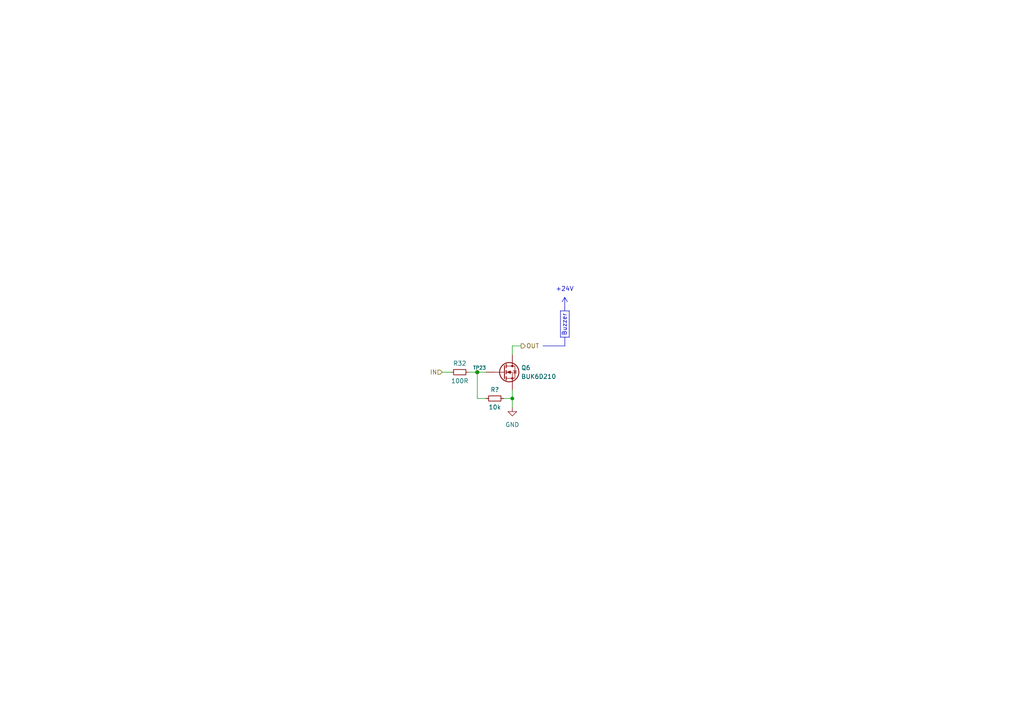
<source format=kicad_sch>
(kicad_sch (version 20230121) (generator eeschema)
  (paper "A4")
  (title_block (title "Ready to Drive Sound") (date "2023-11-17") (rev "${REVISION}") (company "Author: I. Kajdan") (comment 1 "Reviewer:"))
  (lib_symbols
    (symbol "BUK6D210:BUK6D210" (pin_numbers hide) (pin_names (offset 0) hide)
      (property "Reference" "Q" (at -3.81 3.81 0))
      (property "Value" "BUK6D210" (at 6.35 0 90))
      (symbol "BUK6D210_0_1"
        (polyline (pts (xy 0.254 0) (xy -2.54 0)))
        (polyline (pts (xy 0.254 1.905) (xy 0.254 -1.905)) (stroke (width 0.254)))
        (polyline (pts (xy 0.762 -1.27) (xy 0.762 -2.286)) (stroke (width 0.254)))
        (polyline (pts (xy 0.762 0.508) (xy 0.762 -0.508)) (stroke (width 0.254)))
        (polyline (pts (xy 0.762 2.286) (xy 0.762 1.27)) (stroke (width 0.254)))
        (polyline (pts (xy 2.54 2.54) (xy 2.54 1.778)))
        (polyline (pts (xy 2.54 -2.54) (xy 2.54 0) (xy 0.762 0)))
        (polyline (pts (xy 0.762 -1.778) (xy 3.302 -1.778) (xy 3.302 1.778) (xy 0.762 1.778)))
        (polyline (pts (xy 1.016 0) (xy 2.032 0.381) (xy 2.032 -0.381) (xy 1.016 0)) (fill (type outline)))
        (polyline (pts (xy 2.794 0.508) (xy 2.921 0.381) (xy 3.683 0.381) (xy 3.81 0.254)))
        (polyline (pts (xy 3.302 0.381) (xy 2.921 -0.254) (xy 3.683 -0.254) (xy 3.302 0.381)))
        (circle (center 1.651 0) (radius 2.794) (stroke (width 0.254)))
        (circle (center 2.54 -1.778) (radius 0.254) (fill (type outline)))
        (circle (center 2.54 1.778) (radius 0.254) (fill (type outline)))
      )
      (symbol "BUK6D210_1_1"
        (pin passive line (at 2.54 5.08 270) (length 2.54) (name "D") (number "1"))
        (pin passive line (at 2.54 5.08 270) (length 2.54) hide (name "D") (number "2"))
        (pin input line (at -5.08 0 0) (length 2.54) (name "G") (number "3"))
        (pin passive line (at 2.54 -5.08 90) (length 2.54) (name "S") (number "4"))
        (pin passive line (at 2.54 5.08 270) (length 2.54) hide (name "D") (number "5"))
        (pin passive line (at 2.54 5.08 270) (length 2.54) hide (name "D") (number "6"))
        (pin passive line (at 2.54 5.08 270) (length 2.54) hide (name "D") (number "7"))
        (pin passive line (at 2.54 -5.08 90) (length 2.54) hide (name "S") (number "8"))
      )
    )
    (symbol "Connector:TestPoint_Small" (pin_numbers hide) (pin_names (offset 0.762) hide)
      (property "Reference" "TP" (at 0 3.81 0))
      (property "Value" "TestPoint_Small" (at 0 2.032 0))
      (symbol "TestPoint_Small_0_1"
        (circle (center 0 0) (radius 0.508))
      )
      (symbol "TestPoint_Small_1_1"
        (pin passive line (at 0 0 90) (length 0) (name "1") (number "1"))
      )
    )
    (symbol "Device:R_Small" (pin_numbers hide) (pin_names (offset 0.254) hide)
      (property "Reference" "R" (at 0.762 0.508 0))
      (property "Value" "R_Small" (at 0.762 -1.016 0))
      (symbol "R_Small_0_1"
        (rectangle (start -0.762 1.778) (end 0.762 -1.778) (stroke (width 0.2032)))
      )
      (symbol "R_Small_1_1"
        (pin passive line (at 0 2.54 270) (length 0.762) (name "~") (number "1"))
        (pin passive line (at 0 -2.54 90) (length 0.762) (name "~") (number "2"))
      )
    )
    (symbol "power:GND" (power) (pin_names (offset 0))
      (property "Value" "GND" (at 0 -3.81 0))
      (symbol "GND_0_1"
        (polyline (pts (xy 0 0) (xy 0 -1.27) (xy 1.27 -1.27) (xy 0 -2.54) (xy -1.27 -1.27) (xy 0 -1.27)))
      )
      (symbol "GND_1_1"
        (pin power_in line (at 0 0 270) (length 0) hide (name "GND") (number "1"))
      )
    )
  )
  (junction (at 138.43 107.95))
  (junction (at 148.59 115.57))
  (polyline (pts (xy 157.48 100.33) (xy 163.83 100.33)))
  (wire (pts (xy 135.89 107.95) (xy 138.43 107.95)))
  (polyline (pts (xy 163.8046 86.2584) (xy 163.8046 88.8238)))
  (polyline (pts (xy 163.83 97.79) (xy 163.83 100.33)))
  (wire (pts (xy 151.13 100.33) (xy 148.59 100.33)))
  (polyline (pts (xy 162.56 90.17) (xy 165.1 90.17)))
  (wire (pts (xy 148.59 100.33) (xy 148.59 102.87)))
  (wire (pts (xy 138.43 107.95) (xy 138.43 115.57)))
  (wire (pts (xy 148.59 115.57) (xy 148.59 118.11)))
  (polyline (pts (xy 163.0426 87.5284) (xy 163.8046 86.2584)))
  (polyline (pts (xy 162.56 97.79) (xy 162.56 90.17)))
  (polyline (pts (xy 165.1 90.17) (xy 165.1 97.79)))
  (wire (pts (xy 138.43 115.57) (xy 140.97 115.57)))
  (polyline (pts (xy 165.1 97.79) (xy 162.56 97.79)))
  (polyline (pts (xy 163.8046 88.8746) (xy 163.8046 90.1446)))
  (wire (pts (xy 146.05 115.57) (xy 148.59 115.57)))
  (wire (pts (xy 148.59 113.03) (xy 148.59 115.57)))
  (wire (pts (xy 128.27 107.95) (xy 130.81 107.95)))
  (wire (pts (xy 138.43 107.95) (xy 140.97 107.95)))
  (polyline (pts (xy 164.5666 87.5284) (xy 163.8046 86.2584)))
  (text "+24V" (at 161.163 84.709 0) (effects (font (size 1.27 1.27)) (justify left bottom)))
  (text "Buzzer" (at 164.465 97.536 90) (effects (font (size 1.27 1.27)) (justify left bottom)))
  (hierarchical_label "IN" (shape input) (at 128.27 107.95 180))
  (hierarchical_label "OUT" (shape output) (at 151.13 100.33 0))
  (symbol (lib_id "Device:R_Small") (at 143.51 115.57 270) (unit 1)
    (property "Reference" "R?" (at 143.51 113.03 90))
    (property "Value" "10k" (at 143.51 118.11 90))
    (property "Footprint" "Resistor_SMD:R_0603_1608Metric" (effects hide))
    (instances (project "DV_ASSI" (path "" (reference "R?") (unit 1))) (project "rearbox" (path "" (reference "R33") (unit 1))))
  )
  (symbol (lib_id "BUK6D210:BUK6D210") (at 146.05 107.95 0) (unit 1)
    (property "Reference" "Q6" (at 151.13 106.68 0) (effects (justify left)))
    (property "Value" "BUK6D210" (at 151.13 109.22 0) (effects (justify left)))
    (property "Footprint" "Local_Library:Diodes_UDFN2020-6_Type-F" (effects hide))
    (property "Datasheet" "https://www.mouser.pl/datasheet/2/916/BUK6D210_60E-1596115.pdf" (effects hide))
  )
  (symbol (lib_id "Device:R_Small") (at 133.35 107.95 270) (unit 1)
    (property "Reference" "R32" (at 133.35 105.41 90))
    (property "Value" "100R" (at 133.35 110.49 90))
    (property "Footprint" "Resistor_SMD:R_0603_1608Metric" (effects hide))
    (instances (project "rearbox" (path "" (reference "R32") (unit 1))) (project "Traction_Control_System" (path "" (reference "R?") (unit 1)) (path "" (reference "R?") (unit 1))))
  )
  (symbol (lib_id "power:GND") (at 148.59 118.11 0) (unit 1)
    (property "Reference" "#PWR094" (effects hide))
    (property "Value" "GND" (at 148.59 123.19 0))
    (instances (project "rearbox" (path "" (reference "#PWR094") (unit 1))) (project "Traction_Control_System" (path "" (reference "#PWR?") (unit 1)) (path "" (reference "#PWR?") (unit 1))))
  )
  (symbol (lib_id "Connector:TestPoint_Small") (at 138.43 107.95 0) (unit 1)
    (property "Reference" "TP23" (at 137.16 106.68 0) (effects (font (size 1 1)) (justify left)))
    (property "Value" "TestPoint_Small" (effects hide))
    (property "Footprint" "TestPoint:TestPoint_Pad_D1.0mm" (effects hide))
  )
)
</source>
